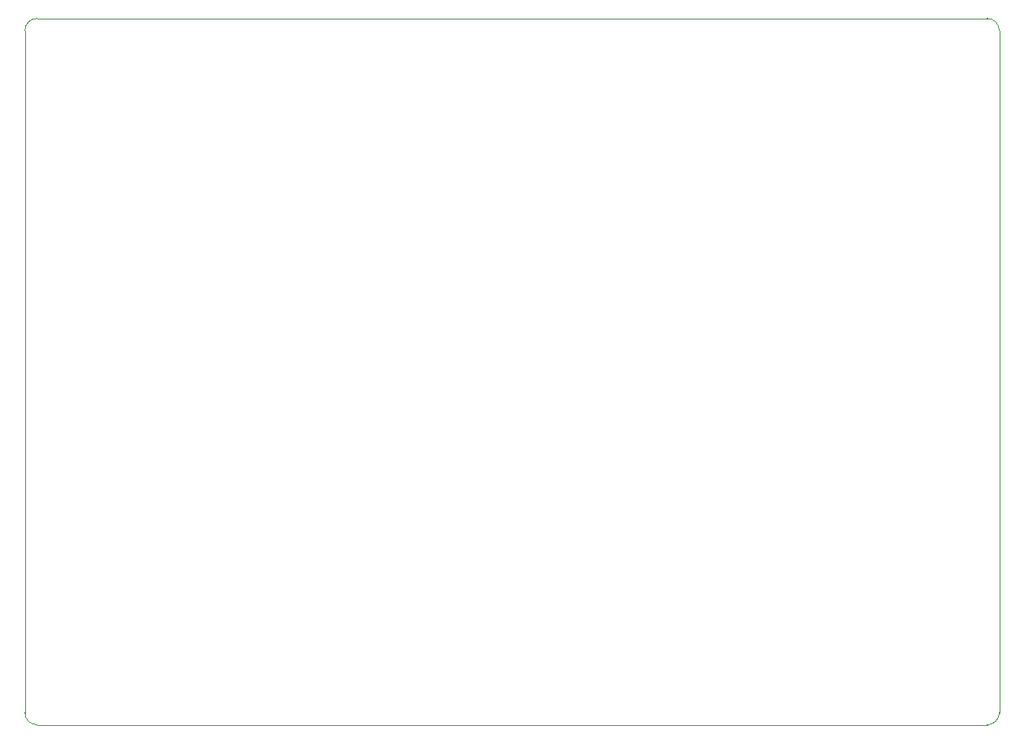
<source format=gbr>
%TF.GenerationSoftware,KiCad,Pcbnew,7.0.1-0*%
%TF.CreationDate,2023-04-21T07:07:00-06:00*%
%TF.ProjectId,PhaseB_Prototype,50686173-6542-45f5-9072-6f746f747970,rev?*%
%TF.SameCoordinates,Original*%
%TF.FileFunction,Profile,NP*%
%FSLAX46Y46*%
G04 Gerber Fmt 4.6, Leading zero omitted, Abs format (unit mm)*
G04 Created by KiCad (PCBNEW 7.0.1-0) date 2023-04-21 07:07:00*
%MOMM*%
%LPD*%
G01*
G04 APERTURE LIST*
%TA.AperFunction,Profile*%
%ADD10C,0.100000*%
%TD*%
G04 APERTURE END LIST*
D10*
X77470000Y-25400000D02*
X176530000Y-25400000D01*
X76200000Y-97790000D02*
X76200000Y-26670000D01*
X176530000Y-99060000D02*
X77470000Y-99060000D01*
X177800000Y-26670000D02*
X177800000Y-97790000D01*
X76200000Y-97790000D02*
G75*
G03*
X77470000Y-99060000I1269999J-1D01*
G01*
X176530000Y-99060000D02*
G75*
G03*
X177800000Y-97790000I1J1269999D01*
G01*
X177800000Y-26670000D02*
G75*
G03*
X176530000Y-25400000I-1269999J1D01*
G01*
X77470000Y-25400000D02*
G75*
G03*
X76200000Y-26670000I-1J-1269999D01*
G01*
M02*

</source>
